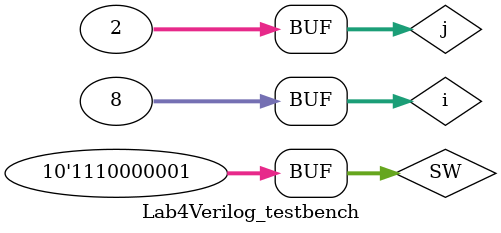
<source format=sv>

module Lab4Verilog (LEDR, SW);
   output logic [1:0] LEDR;
   input logic [9:0] SW;
	
	//set LED0 as sale light
   assign LEDR[0] = SW[8] | (SW[9] & SW[7]);
	
	//set LED1 as stolen light
   assign LEDR[1] = (~SW[8]) & (~SW[0]) & (SW[9] | ~SW[7]);
	
  
	
endmodule

module Lab4Verilog_testbench();
   logic [1:0] LEDR;
   logic [9:0] SW;

   Lab4Verilog dut ( .LEDR,
  .SW);

   // Try all combinations of inputs.
	
   integer i;
	integer j;
   initial begin
     SW[6:1] = 1'b0;
     for(i = 0; i <8; i++) begin
		for(j=0; j<2; j++) begin 
			SW[0] = j;
		   SW[9:7] = i; #10;
		end
     end
   end
endmodule 


</source>
